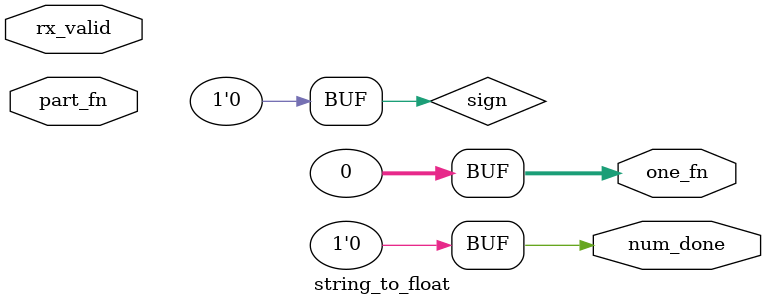
<source format=v>
`timescale 1ns / 1ps
module string_to_float(
    input rx_valid,
    input [7:0] part_fn,
    output reg [31:0] one_fn,
    output reg num_done
);

// 中间信号定义
reg sign;
reg [7:0] exponent;
reg [22:0] mantissa;
reg is_zero_input;
reg [7:0] input_value;
integer highest_bit_pos = -1;
integer i;

always @(*) begin
    sign = 1'b0;
    exponent = 8'd0;
    mantissa = 23'd0;
    is_zero_input = 1'b1;
    num_done = 1'b0;
    one_fn = 32'd0;

    if (rx_valid) begin
        if (part_fn == 8'd0) begin
            is_zero_input = 1'b1;
        end else begin
            is_zero_input = 1'b0;
            input_value <= part_fn;
            for (i = 7; i >= 0; i = i - 1) begin
                if ((input_value >> i) & 1'b1) begin
                    highest_bit_pos = i;
                end
            end
            if (highest_bit_pos >= 0) begin
                exponent = highest_bit_pos + 8'd127;
                mantissa = input_value << (23 - highest_bit_pos);
            end
        end
    end
end

always @(*) begin
    if (is_zero_input) begin
        one_fn = 32'd0;
    end
    else begin
        one_fn = {sign, exponent, mantissa};
    end
    num_done = ~is_zero_input & rx_valid;
end

endmodule
</source>
